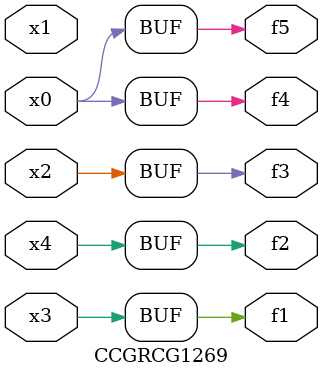
<source format=v>
module CCGRCG1269(
	input x0, x1, x2, x3, x4,
	output f1, f2, f3, f4, f5
);
	assign f1 = x3;
	assign f2 = x4;
	assign f3 = x2;
	assign f4 = x0;
	assign f5 = x0;
endmodule

</source>
